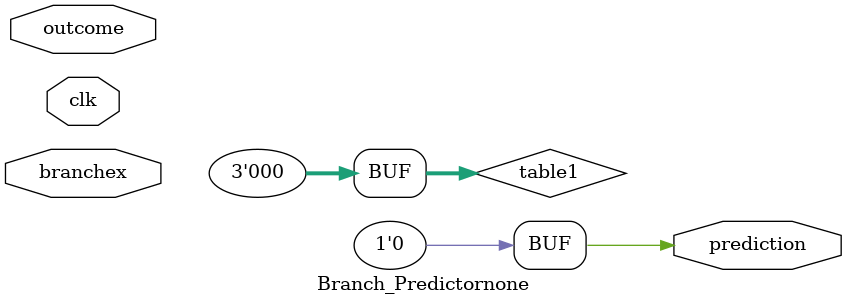
<source format=v>


module Branch_Predictornone(
  input clk, //timing
  input branchex, // branch confirmation from EX register
  input outcome, // branch outcome
  output reg prediction // 2-bit prediction for 2^2 = 4 entries
);

 reg [2:0] table1; // 4-entry 2-bit counter table
initial begin
table1 <= 3'b000;
prediction <= 0;
end									// index into the table using the least significant bits of the PC
											// take the two least significant bits to index into 2^2 = 4 table entries
											// we use bit-wise AND with 2'b11 to extract the two least significant bits
    
endmodule

</source>
